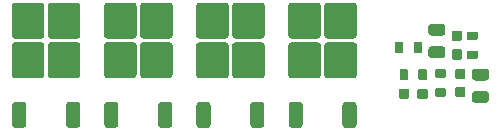
<source format=gtp>
G04 #@! TF.GenerationSoftware,KiCad,Pcbnew,7.0.9*
G04 #@! TF.CreationDate,2024-03-10T06:33:53+03:00*
G04 #@! TF.ProjectId,hellen1-mcz33810,68656c6c-656e-4312-9d6d-637a33333831,rev?*
G04 #@! TF.SameCoordinates,PX507d780PY4a62f80*
G04 #@! TF.FileFunction,Paste,Top*
G04 #@! TF.FilePolarity,Positive*
%FSLAX46Y46*%
G04 Gerber Fmt 4.6, Leading zero omitted, Abs format (unit mm)*
G04 Created by KiCad (PCBNEW 7.0.9) date 2024-03-10 06:33:53*
%MOMM*%
%LPD*%
G01*
G04 APERTURE LIST*
G04 APERTURE END LIST*
G04 #@! TO.C,R804*
G36*
G01*
X37640000Y5150000D02*
X36860000Y5150000D01*
G75*
G02*
X36790000Y5220000I0J70000D01*
G01*
X36790000Y5780000D01*
G75*
G02*
X36860000Y5850000I70000J0D01*
G01*
X37640000Y5850000D01*
G75*
G02*
X37710000Y5780000I0J-70000D01*
G01*
X37710000Y5220000D01*
G75*
G02*
X37640000Y5150000I-70000J0D01*
G01*
G37*
G36*
G01*
X37640000Y3550000D02*
X36860000Y3550000D01*
G75*
G02*
X36790000Y3620000I0J70000D01*
G01*
X36790000Y4180000D01*
G75*
G02*
X36860000Y4250000I70000J0D01*
G01*
X37640000Y4250000D01*
G75*
G02*
X37710000Y4180000I0J-70000D01*
G01*
X37710000Y3620000D01*
G75*
G02*
X37640000Y3550000I-70000J0D01*
G01*
G37*
G04 #@! TD*
G04 #@! TO.C,R803*
G36*
G01*
X36100000Y5790000D02*
X36100000Y5010000D01*
G75*
G02*
X36030000Y4940000I-70000J0D01*
G01*
X35470000Y4940000D01*
G75*
G02*
X35400000Y5010000I0J70000D01*
G01*
X35400000Y5790000D01*
G75*
G02*
X35470000Y5860000I70000J0D01*
G01*
X36030000Y5860000D01*
G75*
G02*
X36100000Y5790000I0J-70000D01*
G01*
G37*
G36*
G01*
X34500000Y5790000D02*
X34500000Y5010000D01*
G75*
G02*
X34430000Y4940000I-70000J0D01*
G01*
X33870000Y4940000D01*
G75*
G02*
X33800000Y5010000I0J70000D01*
G01*
X33800000Y5790000D01*
G75*
G02*
X33870000Y5860000I70000J0D01*
G01*
X34430000Y5860000D01*
G75*
G02*
X34500000Y5790000I0J-70000D01*
G01*
G37*
G04 #@! TD*
G04 #@! TO.C,R802*
G36*
G01*
X33400000Y7310000D02*
X33400000Y8090000D01*
G75*
G02*
X33470000Y8160000I70000J0D01*
G01*
X34030000Y8160000D01*
G75*
G02*
X34100000Y8090000I0J-70000D01*
G01*
X34100000Y7310000D01*
G75*
G02*
X34030000Y7240000I-70000J0D01*
G01*
X33470000Y7240000D01*
G75*
G02*
X33400000Y7310000I0J70000D01*
G01*
G37*
G36*
G01*
X35000000Y7310000D02*
X35000000Y8090000D01*
G75*
G02*
X35070000Y8160000I70000J0D01*
G01*
X35630000Y8160000D01*
G75*
G02*
X35700000Y8090000I0J-70000D01*
G01*
X35700000Y7310000D01*
G75*
G02*
X35630000Y7240000I-70000J0D01*
G01*
X35070000Y7240000D01*
G75*
G02*
X35000000Y7310000I0J70000D01*
G01*
G37*
G04 #@! TD*
G04 #@! TO.C,R801*
G36*
G01*
X39560000Y7450000D02*
X40340000Y7450000D01*
G75*
G02*
X40410000Y7380000I0J-70000D01*
G01*
X40410000Y6820000D01*
G75*
G02*
X40340000Y6750000I-70000J0D01*
G01*
X39560000Y6750000D01*
G75*
G02*
X39490000Y6820000I0J70000D01*
G01*
X39490000Y7380000D01*
G75*
G02*
X39560000Y7450000I70000J0D01*
G01*
G37*
G36*
G01*
X39560000Y9050000D02*
X40340000Y9050000D01*
G75*
G02*
X40410000Y8980000I0J-70000D01*
G01*
X40410000Y8420000D01*
G75*
G02*
X40340000Y8350000I-70000J0D01*
G01*
X39560000Y8350000D01*
G75*
G02*
X39490000Y8420000I0J70000D01*
G01*
X39490000Y8980000D01*
G75*
G02*
X39560000Y9050000I70000J0D01*
G01*
G37*
G04 #@! TD*
G04 #@! TO.C,Q804*
G36*
G01*
X29930000Y5100000D02*
X27680000Y5100000D01*
G75*
G02*
X27430000Y5350000I0J250000D01*
G01*
X27430000Y7900000D01*
G75*
G02*
X27680000Y8150000I250000J0D01*
G01*
X29930000Y8150000D01*
G75*
G02*
X30180000Y7900000I0J-250000D01*
G01*
X30180000Y5350000D01*
G75*
G02*
X29930000Y5100000I-250000J0D01*
G01*
G37*
G36*
G01*
X26880000Y8450000D02*
X24630000Y8450000D01*
G75*
G02*
X24380000Y8700000I0J250000D01*
G01*
X24380000Y11250000D01*
G75*
G02*
X24630000Y11500000I250000J0D01*
G01*
X26880000Y11500000D01*
G75*
G02*
X27130000Y11250000I0J-250000D01*
G01*
X27130000Y8700000D01*
G75*
G02*
X26880000Y8450000I-250000J0D01*
G01*
G37*
G36*
G01*
X26880000Y5100000D02*
X24630000Y5100000D01*
G75*
G02*
X24380000Y5350000I0J250000D01*
G01*
X24380000Y7900000D01*
G75*
G02*
X24630000Y8150000I250000J0D01*
G01*
X26880000Y8150000D01*
G75*
G02*
X27130000Y7900000I0J-250000D01*
G01*
X27130000Y5350000D01*
G75*
G02*
X26880000Y5100000I-250000J0D01*
G01*
G37*
G36*
G01*
X29930000Y8450000D02*
X27680000Y8450000D01*
G75*
G02*
X27430000Y8700000I0J250000D01*
G01*
X27430000Y11250000D01*
G75*
G02*
X27680000Y11500000I250000J0D01*
G01*
X29930000Y11500000D01*
G75*
G02*
X30180000Y11250000I0J-250000D01*
G01*
X30180000Y8700000D01*
G75*
G02*
X29930000Y8450000I-250000J0D01*
G01*
G37*
G36*
G01*
X29910000Y900000D02*
X29210000Y900000D01*
G75*
G02*
X28960000Y1150000I0J250000D01*
G01*
X28960000Y2850000D01*
G75*
G02*
X29210000Y3100000I250000J0D01*
G01*
X29910000Y3100000D01*
G75*
G02*
X30160000Y2850000I0J-250000D01*
G01*
X30160000Y1150000D01*
G75*
G02*
X29910000Y900000I-250000J0D01*
G01*
G37*
G36*
G01*
X25350000Y900000D02*
X24650000Y900000D01*
G75*
G02*
X24400000Y1150000I0J250000D01*
G01*
X24400000Y2850000D01*
G75*
G02*
X24650000Y3100000I250000J0D01*
G01*
X25350000Y3100000D01*
G75*
G02*
X25600000Y2850000I0J-250000D01*
G01*
X25600000Y1150000D01*
G75*
G02*
X25350000Y900000I-250000J0D01*
G01*
G37*
G04 #@! TD*
G04 #@! TO.C,Q803*
G36*
G01*
X22130000Y5100000D02*
X19880000Y5100000D01*
G75*
G02*
X19630000Y5350000I0J250000D01*
G01*
X19630000Y7900000D01*
G75*
G02*
X19880000Y8150000I250000J0D01*
G01*
X22130000Y8150000D01*
G75*
G02*
X22380000Y7900000I0J-250000D01*
G01*
X22380000Y5350000D01*
G75*
G02*
X22130000Y5100000I-250000J0D01*
G01*
G37*
G36*
G01*
X19080000Y8450000D02*
X16830000Y8450000D01*
G75*
G02*
X16580000Y8700000I0J250000D01*
G01*
X16580000Y11250000D01*
G75*
G02*
X16830000Y11500000I250000J0D01*
G01*
X19080000Y11500000D01*
G75*
G02*
X19330000Y11250000I0J-250000D01*
G01*
X19330000Y8700000D01*
G75*
G02*
X19080000Y8450000I-250000J0D01*
G01*
G37*
G36*
G01*
X19080000Y5100000D02*
X16830000Y5100000D01*
G75*
G02*
X16580000Y5350000I0J250000D01*
G01*
X16580000Y7900000D01*
G75*
G02*
X16830000Y8150000I250000J0D01*
G01*
X19080000Y8150000D01*
G75*
G02*
X19330000Y7900000I0J-250000D01*
G01*
X19330000Y5350000D01*
G75*
G02*
X19080000Y5100000I-250000J0D01*
G01*
G37*
G36*
G01*
X22130000Y8450000D02*
X19880000Y8450000D01*
G75*
G02*
X19630000Y8700000I0J250000D01*
G01*
X19630000Y11250000D01*
G75*
G02*
X19880000Y11500000I250000J0D01*
G01*
X22130000Y11500000D01*
G75*
G02*
X22380000Y11250000I0J-250000D01*
G01*
X22380000Y8700000D01*
G75*
G02*
X22130000Y8450000I-250000J0D01*
G01*
G37*
G36*
G01*
X22110000Y900000D02*
X21410000Y900000D01*
G75*
G02*
X21160000Y1150000I0J250000D01*
G01*
X21160000Y2850000D01*
G75*
G02*
X21410000Y3100000I250000J0D01*
G01*
X22110000Y3100000D01*
G75*
G02*
X22360000Y2850000I0J-250000D01*
G01*
X22360000Y1150000D01*
G75*
G02*
X22110000Y900000I-250000J0D01*
G01*
G37*
G36*
G01*
X17550000Y900000D02*
X16850000Y900000D01*
G75*
G02*
X16600000Y1150000I0J250000D01*
G01*
X16600000Y2850000D01*
G75*
G02*
X16850000Y3100000I250000J0D01*
G01*
X17550000Y3100000D01*
G75*
G02*
X17800000Y2850000I0J-250000D01*
G01*
X17800000Y1150000D01*
G75*
G02*
X17550000Y900000I-250000J0D01*
G01*
G37*
G04 #@! TD*
G04 #@! TO.C,Q802*
G36*
G01*
X14330000Y5100000D02*
X12080000Y5100000D01*
G75*
G02*
X11830000Y5350000I0J250000D01*
G01*
X11830000Y7900000D01*
G75*
G02*
X12080000Y8150000I250000J0D01*
G01*
X14330000Y8150000D01*
G75*
G02*
X14580000Y7900000I0J-250000D01*
G01*
X14580000Y5350000D01*
G75*
G02*
X14330000Y5100000I-250000J0D01*
G01*
G37*
G36*
G01*
X11280000Y8450000D02*
X9030000Y8450000D01*
G75*
G02*
X8780000Y8700000I0J250000D01*
G01*
X8780000Y11250000D01*
G75*
G02*
X9030000Y11500000I250000J0D01*
G01*
X11280000Y11500000D01*
G75*
G02*
X11530000Y11250000I0J-250000D01*
G01*
X11530000Y8700000D01*
G75*
G02*
X11280000Y8450000I-250000J0D01*
G01*
G37*
G36*
G01*
X11280000Y5100000D02*
X9030000Y5100000D01*
G75*
G02*
X8780000Y5350000I0J250000D01*
G01*
X8780000Y7900000D01*
G75*
G02*
X9030000Y8150000I250000J0D01*
G01*
X11280000Y8150000D01*
G75*
G02*
X11530000Y7900000I0J-250000D01*
G01*
X11530000Y5350000D01*
G75*
G02*
X11280000Y5100000I-250000J0D01*
G01*
G37*
G36*
G01*
X14330000Y8450000D02*
X12080000Y8450000D01*
G75*
G02*
X11830000Y8700000I0J250000D01*
G01*
X11830000Y11250000D01*
G75*
G02*
X12080000Y11500000I250000J0D01*
G01*
X14330000Y11500000D01*
G75*
G02*
X14580000Y11250000I0J-250000D01*
G01*
X14580000Y8700000D01*
G75*
G02*
X14330000Y8450000I-250000J0D01*
G01*
G37*
G36*
G01*
X14310000Y900000D02*
X13610000Y900000D01*
G75*
G02*
X13360000Y1150000I0J250000D01*
G01*
X13360000Y2850000D01*
G75*
G02*
X13610000Y3100000I250000J0D01*
G01*
X14310000Y3100000D01*
G75*
G02*
X14560000Y2850000I0J-250000D01*
G01*
X14560000Y1150000D01*
G75*
G02*
X14310000Y900000I-250000J0D01*
G01*
G37*
G36*
G01*
X9750000Y900000D02*
X9050000Y900000D01*
G75*
G02*
X8800000Y1150000I0J250000D01*
G01*
X8800000Y2850000D01*
G75*
G02*
X9050000Y3100000I250000J0D01*
G01*
X9750000Y3100000D01*
G75*
G02*
X10000000Y2850000I0J-250000D01*
G01*
X10000000Y1150000D01*
G75*
G02*
X9750000Y900000I-250000J0D01*
G01*
G37*
G04 #@! TD*
G04 #@! TO.C,Q801*
G36*
G01*
X6530000Y5100000D02*
X4280000Y5100000D01*
G75*
G02*
X4030000Y5350000I0J250000D01*
G01*
X4030000Y7900000D01*
G75*
G02*
X4280000Y8150000I250000J0D01*
G01*
X6530000Y8150000D01*
G75*
G02*
X6780000Y7900000I0J-250000D01*
G01*
X6780000Y5350000D01*
G75*
G02*
X6530000Y5100000I-250000J0D01*
G01*
G37*
G36*
G01*
X3480000Y8450000D02*
X1230000Y8450000D01*
G75*
G02*
X980000Y8700000I0J250000D01*
G01*
X980000Y11250000D01*
G75*
G02*
X1230000Y11500000I250000J0D01*
G01*
X3480000Y11500000D01*
G75*
G02*
X3730000Y11250000I0J-250000D01*
G01*
X3730000Y8700000D01*
G75*
G02*
X3480000Y8450000I-250000J0D01*
G01*
G37*
G36*
G01*
X3480000Y5100000D02*
X1230000Y5100000D01*
G75*
G02*
X980000Y5350000I0J250000D01*
G01*
X980000Y7900000D01*
G75*
G02*
X1230000Y8150000I250000J0D01*
G01*
X3480000Y8150000D01*
G75*
G02*
X3730000Y7900000I0J-250000D01*
G01*
X3730000Y5350000D01*
G75*
G02*
X3480000Y5100000I-250000J0D01*
G01*
G37*
G36*
G01*
X6530000Y8450000D02*
X4280000Y8450000D01*
G75*
G02*
X4030000Y8700000I0J250000D01*
G01*
X4030000Y11250000D01*
G75*
G02*
X4280000Y11500000I250000J0D01*
G01*
X6530000Y11500000D01*
G75*
G02*
X6780000Y11250000I0J-250000D01*
G01*
X6780000Y8700000D01*
G75*
G02*
X6530000Y8450000I-250000J0D01*
G01*
G37*
G36*
G01*
X6510000Y900000D02*
X5810000Y900000D01*
G75*
G02*
X5560000Y1150000I0J250000D01*
G01*
X5560000Y2850000D01*
G75*
G02*
X5810000Y3100000I250000J0D01*
G01*
X6510000Y3100000D01*
G75*
G02*
X6760000Y2850000I0J-250000D01*
G01*
X6760000Y1150000D01*
G75*
G02*
X6510000Y900000I-250000J0D01*
G01*
G37*
G36*
G01*
X1950000Y900000D02*
X1250000Y900000D01*
G75*
G02*
X1000000Y1150000I0J250000D01*
G01*
X1000000Y2850000D01*
G75*
G02*
X1250000Y3100000I250000J0D01*
G01*
X1950000Y3100000D01*
G75*
G02*
X2200000Y2850000I0J-250000D01*
G01*
X2200000Y1150000D01*
G75*
G02*
X1950000Y900000I-250000J0D01*
G01*
G37*
G04 #@! TD*
G04 #@! TO.C,C805*
G36*
G01*
X40175000Y4000000D02*
X41125000Y4000000D01*
G75*
G02*
X41375000Y3750000I0J-250000D01*
G01*
X41375000Y3250000D01*
G75*
G02*
X41125000Y3000000I-250000J0D01*
G01*
X40175000Y3000000D01*
G75*
G02*
X39925000Y3250000I0J250000D01*
G01*
X39925000Y3750000D01*
G75*
G02*
X40175000Y4000000I250000J0D01*
G01*
G37*
G36*
G01*
X40175000Y5900000D02*
X41125000Y5900000D01*
G75*
G02*
X41375000Y5650000I0J-250000D01*
G01*
X41375000Y5150000D01*
G75*
G02*
X41125000Y4900000I-250000J0D01*
G01*
X40175000Y4900000D01*
G75*
G02*
X39925000Y5150000I0J250000D01*
G01*
X39925000Y5650000D01*
G75*
G02*
X40175000Y5900000I250000J0D01*
G01*
G37*
G04 #@! TD*
G04 #@! TO.C,C804*
G36*
G01*
X39290000Y3484999D02*
X38610000Y3484999D01*
G75*
G02*
X38525000Y3569999I0J85000D01*
G01*
X38525000Y4249999D01*
G75*
G02*
X38610000Y4334999I85000J0D01*
G01*
X39290000Y4334999D01*
G75*
G02*
X39375000Y4249999I0J-85000D01*
G01*
X39375000Y3569999D01*
G75*
G02*
X39290000Y3484999I-85000J0D01*
G01*
G37*
G36*
G01*
X39290000Y5065001D02*
X38610000Y5065001D01*
G75*
G02*
X38525000Y5150001I0J85000D01*
G01*
X38525000Y5830001D01*
G75*
G02*
X38610000Y5915001I85000J0D01*
G01*
X39290000Y5915001D01*
G75*
G02*
X39375000Y5830001I0J-85000D01*
G01*
X39375000Y5150001D01*
G75*
G02*
X39290000Y5065001I-85000J0D01*
G01*
G37*
G04 #@! TD*
G04 #@! TO.C,C803*
G36*
G01*
X35315001Y3460000D02*
X35315001Y4140000D01*
G75*
G02*
X35400001Y4225000I85000J0D01*
G01*
X36080001Y4225000D01*
G75*
G02*
X36165001Y4140000I0J-85000D01*
G01*
X36165001Y3460000D01*
G75*
G02*
X36080001Y3375000I-85000J0D01*
G01*
X35400001Y3375000D01*
G75*
G02*
X35315001Y3460000I0J85000D01*
G01*
G37*
G36*
G01*
X33734999Y3460000D02*
X33734999Y4140000D01*
G75*
G02*
X33819999Y4225000I85000J0D01*
G01*
X34499999Y4225000D01*
G75*
G02*
X34584999Y4140000I0J-85000D01*
G01*
X34584999Y3460000D01*
G75*
G02*
X34499999Y3375000I-85000J0D01*
G01*
X33819999Y3375000D01*
G75*
G02*
X33734999Y3460000I0J85000D01*
G01*
G37*
G04 #@! TD*
G04 #@! TO.C,C802*
G36*
G01*
X37425000Y6800000D02*
X36475000Y6800000D01*
G75*
G02*
X36225000Y7050000I0J250000D01*
G01*
X36225000Y7550000D01*
G75*
G02*
X36475000Y7800000I250000J0D01*
G01*
X37425000Y7800000D01*
G75*
G02*
X37675000Y7550000I0J-250000D01*
G01*
X37675000Y7050000D01*
G75*
G02*
X37425000Y6800000I-250000J0D01*
G01*
G37*
G36*
G01*
X37425000Y8700000D02*
X36475000Y8700000D01*
G75*
G02*
X36225000Y8950000I0J250000D01*
G01*
X36225000Y9450000D01*
G75*
G02*
X36475000Y9700000I250000J0D01*
G01*
X37425000Y9700000D01*
G75*
G02*
X37675000Y9450000I0J-250000D01*
G01*
X37675000Y8950000D01*
G75*
G02*
X37425000Y8700000I-250000J0D01*
G01*
G37*
G04 #@! TD*
G04 #@! TO.C,C801*
G36*
G01*
X38310000Y9115001D02*
X38990000Y9115001D01*
G75*
G02*
X39075000Y9030001I0J-85000D01*
G01*
X39075000Y8350001D01*
G75*
G02*
X38990000Y8265001I-85000J0D01*
G01*
X38310000Y8265001D01*
G75*
G02*
X38225000Y8350001I0J85000D01*
G01*
X38225000Y9030001D01*
G75*
G02*
X38310000Y9115001I85000J0D01*
G01*
G37*
G36*
G01*
X38310000Y7534999D02*
X38990000Y7534999D01*
G75*
G02*
X39075000Y7449999I0J-85000D01*
G01*
X39075000Y6769999D01*
G75*
G02*
X38990000Y6684999I-85000J0D01*
G01*
X38310000Y6684999D01*
G75*
G02*
X38225000Y6769999I0J85000D01*
G01*
X38225000Y7449999D01*
G75*
G02*
X38310000Y7534999I85000J0D01*
G01*
G37*
G04 #@! TD*
M02*

</source>
